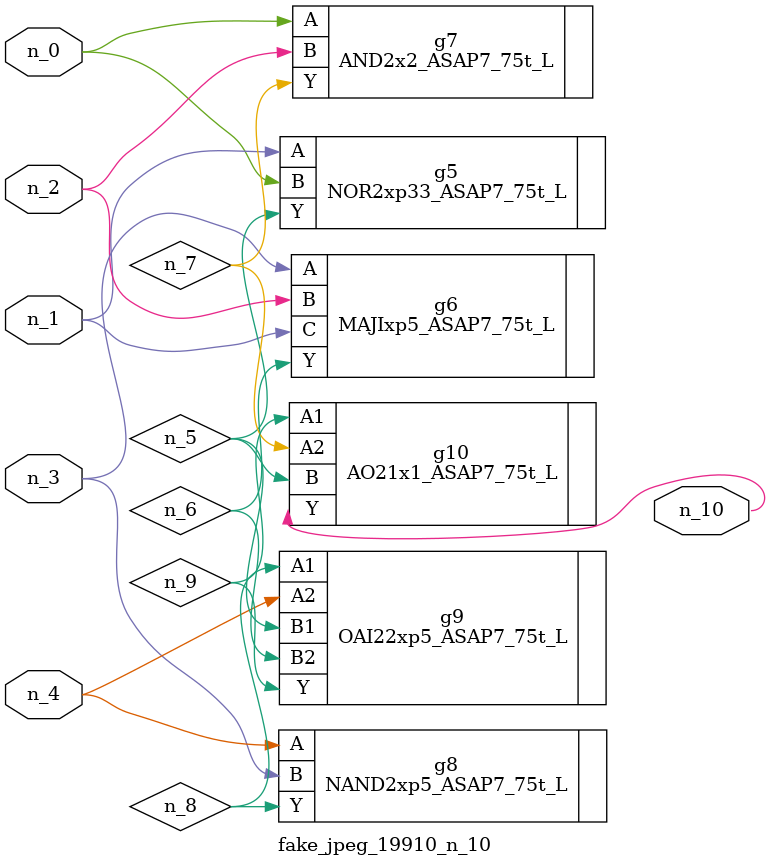
<source format=v>
module fake_jpeg_19910_n_10 (n_3, n_2, n_1, n_0, n_4, n_10);

input n_3;
input n_2;
input n_1;
input n_0;
input n_4;

output n_10;

wire n_8;
wire n_9;
wire n_6;
wire n_5;
wire n_7;

NOR2xp33_ASAP7_75t_L g5 ( 
.A(n_1),
.B(n_0),
.Y(n_5)
);

MAJIxp5_ASAP7_75t_L g6 ( 
.A(n_3),
.B(n_2),
.C(n_1),
.Y(n_6)
);

AND2x2_ASAP7_75t_L g7 ( 
.A(n_0),
.B(n_2),
.Y(n_7)
);

NAND2xp5_ASAP7_75t_L g8 ( 
.A(n_4),
.B(n_3),
.Y(n_8)
);

OAI22xp5_ASAP7_75t_L g9 ( 
.A1(n_8),
.A2(n_4),
.B1(n_5),
.B2(n_6),
.Y(n_9)
);

AO21x1_ASAP7_75t_L g10 ( 
.A1(n_9),
.A2(n_7),
.B(n_5),
.Y(n_10)
);


endmodule
</source>
